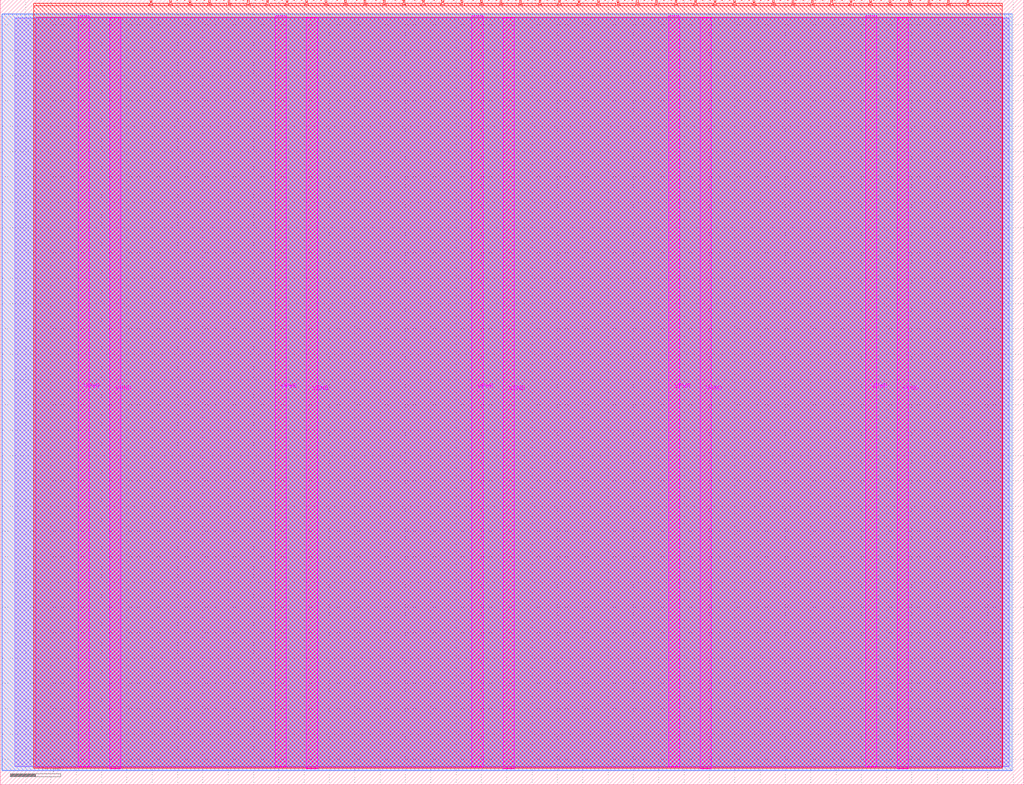
<source format=lef>
VERSION 5.7 ;
  NOWIREEXTENSIONATPIN ON ;
  DIVIDERCHAR "/" ;
  BUSBITCHARS "[]" ;
MACRO tt_um_rebeccargb_intercal_alu
  CLASS BLOCK ;
  FOREIGN tt_um_rebeccargb_intercal_alu ;
  ORIGIN 0.000 0.000 ;
  SIZE 202.080 BY 154.980 ;
  PIN VGND
    DIRECTION INOUT ;
    USE GROUND ;
    PORT
      LAYER TopMetal1 ;
        RECT 21.580 3.150 23.780 151.420 ;
    END
    PORT
      LAYER TopMetal1 ;
        RECT 60.450 3.150 62.650 151.420 ;
    END
    PORT
      LAYER TopMetal1 ;
        RECT 99.320 3.150 101.520 151.420 ;
    END
    PORT
      LAYER TopMetal1 ;
        RECT 138.190 3.150 140.390 151.420 ;
    END
    PORT
      LAYER TopMetal1 ;
        RECT 177.060 3.150 179.260 151.420 ;
    END
  END VGND
  PIN VPWR
    DIRECTION INOUT ;
    USE POWER ;
    PORT
      LAYER TopMetal1 ;
        RECT 15.380 3.560 17.580 151.830 ;
    END
    PORT
      LAYER TopMetal1 ;
        RECT 54.250 3.560 56.450 151.830 ;
    END
    PORT
      LAYER TopMetal1 ;
        RECT 93.120 3.560 95.320 151.830 ;
    END
    PORT
      LAYER TopMetal1 ;
        RECT 131.990 3.560 134.190 151.830 ;
    END
    PORT
      LAYER TopMetal1 ;
        RECT 170.860 3.560 173.060 151.830 ;
    END
  END VPWR
  PIN clk
    DIRECTION INPUT ;
    USE SIGNAL ;
    ANTENNAGATEAREA 0.725400 ;
    PORT
      LAYER Metal4 ;
        RECT 187.050 153.980 187.350 154.980 ;
    END
  END clk
  PIN ena
    DIRECTION INPUT ;
    USE SIGNAL ;
    PORT
      LAYER Metal4 ;
        RECT 190.890 153.980 191.190 154.980 ;
    END
  END ena
  PIN rst_n
    DIRECTION INPUT ;
    USE SIGNAL ;
    PORT
      LAYER Metal4 ;
        RECT 183.210 153.980 183.510 154.980 ;
    END
  END rst_n
  PIN ui_in[0]
    DIRECTION INPUT ;
    USE SIGNAL ;
    ANTENNAGATEAREA 1.664000 ;
    PORT
      LAYER Metal4 ;
        RECT 179.370 153.980 179.670 154.980 ;
    END
  END ui_in[0]
  PIN ui_in[1]
    DIRECTION INPUT ;
    USE SIGNAL ;
    ANTENNAGATEAREA 0.725400 ;
    PORT
      LAYER Metal4 ;
        RECT 175.530 153.980 175.830 154.980 ;
    END
  END ui_in[1]
  PIN ui_in[2]
    DIRECTION INPUT ;
    USE SIGNAL ;
    ANTENNAGATEAREA 0.213200 ;
    PORT
      LAYER Metal4 ;
        RECT 171.690 153.980 171.990 154.980 ;
    END
  END ui_in[2]
  PIN ui_in[3]
    DIRECTION INPUT ;
    USE SIGNAL ;
    ANTENNAGATEAREA 0.725400 ;
    PORT
      LAYER Metal4 ;
        RECT 167.850 153.980 168.150 154.980 ;
    END
  END ui_in[3]
  PIN ui_in[4]
    DIRECTION INPUT ;
    USE SIGNAL ;
    ANTENNAGATEAREA 0.213200 ;
    PORT
      LAYER Metal4 ;
        RECT 164.010 153.980 164.310 154.980 ;
    END
  END ui_in[4]
  PIN ui_in[5]
    DIRECTION INPUT ;
    USE SIGNAL ;
    ANTENNAGATEAREA 0.213200 ;
    PORT
      LAYER Metal4 ;
        RECT 160.170 153.980 160.470 154.980 ;
    END
  END ui_in[5]
  PIN ui_in[6]
    DIRECTION INPUT ;
    USE SIGNAL ;
    ANTENNAGATEAREA 0.180700 ;
    PORT
      LAYER Metal4 ;
        RECT 156.330 153.980 156.630 154.980 ;
    END
  END ui_in[6]
  PIN ui_in[7]
    DIRECTION INPUT ;
    USE SIGNAL ;
    ANTENNAGATEAREA 0.213200 ;
    PORT
      LAYER Metal4 ;
        RECT 152.490 153.980 152.790 154.980 ;
    END
  END ui_in[7]
  PIN uio_in[0]
    DIRECTION INPUT ;
    USE SIGNAL ;
    ANTENNAGATEAREA 0.213200 ;
    PORT
      LAYER Metal4 ;
        RECT 148.650 153.980 148.950 154.980 ;
    END
  END uio_in[0]
  PIN uio_in[1]
    DIRECTION INPUT ;
    USE SIGNAL ;
    ANTENNAGATEAREA 0.213200 ;
    PORT
      LAYER Metal4 ;
        RECT 144.810 153.980 145.110 154.980 ;
    END
  END uio_in[1]
  PIN uio_in[2]
    DIRECTION INPUT ;
    USE SIGNAL ;
    ANTENNAGATEAREA 0.213200 ;
    PORT
      LAYER Metal4 ;
        RECT 140.970 153.980 141.270 154.980 ;
    END
  END uio_in[2]
  PIN uio_in[3]
    DIRECTION INPUT ;
    USE SIGNAL ;
    ANTENNAGATEAREA 0.213200 ;
    PORT
      LAYER Metal4 ;
        RECT 137.130 153.980 137.430 154.980 ;
    END
  END uio_in[3]
  PIN uio_in[4]
    DIRECTION INPUT ;
    USE SIGNAL ;
    ANTENNAGATEAREA 0.213200 ;
    PORT
      LAYER Metal4 ;
        RECT 133.290 153.980 133.590 154.980 ;
    END
  END uio_in[4]
  PIN uio_in[5]
    DIRECTION INPUT ;
    USE SIGNAL ;
    ANTENNAGATEAREA 0.213200 ;
    PORT
      LAYER Metal4 ;
        RECT 129.450 153.980 129.750 154.980 ;
    END
  END uio_in[5]
  PIN uio_in[6]
    DIRECTION INPUT ;
    USE SIGNAL ;
    ANTENNAGATEAREA 0.213200 ;
    PORT
      LAYER Metal4 ;
        RECT 125.610 153.980 125.910 154.980 ;
    END
  END uio_in[6]
  PIN uio_in[7]
    DIRECTION INPUT ;
    USE SIGNAL ;
    ANTENNAGATEAREA 0.213200 ;
    PORT
      LAYER Metal4 ;
        RECT 121.770 153.980 122.070 154.980 ;
    END
  END uio_in[7]
  PIN uio_oe[0]
    DIRECTION OUTPUT ;
    USE SIGNAL ;
    ANTENNADIFFAREA 0.708600 ;
    PORT
      LAYER Metal4 ;
        RECT 56.490 153.980 56.790 154.980 ;
    END
  END uio_oe[0]
  PIN uio_oe[1]
    DIRECTION OUTPUT ;
    USE SIGNAL ;
    ANTENNADIFFAREA 0.708600 ;
    PORT
      LAYER Metal4 ;
        RECT 52.650 153.980 52.950 154.980 ;
    END
  END uio_oe[1]
  PIN uio_oe[2]
    DIRECTION OUTPUT ;
    USE SIGNAL ;
    ANTENNADIFFAREA 0.708600 ;
    PORT
      LAYER Metal4 ;
        RECT 48.810 153.980 49.110 154.980 ;
    END
  END uio_oe[2]
  PIN uio_oe[3]
    DIRECTION OUTPUT ;
    USE SIGNAL ;
    ANTENNADIFFAREA 0.708600 ;
    PORT
      LAYER Metal4 ;
        RECT 44.970 153.980 45.270 154.980 ;
    END
  END uio_oe[3]
  PIN uio_oe[4]
    DIRECTION OUTPUT ;
    USE SIGNAL ;
    ANTENNADIFFAREA 0.708600 ;
    PORT
      LAYER Metal4 ;
        RECT 41.130 153.980 41.430 154.980 ;
    END
  END uio_oe[4]
  PIN uio_oe[5]
    DIRECTION OUTPUT ;
    USE SIGNAL ;
    ANTENNADIFFAREA 0.708600 ;
    PORT
      LAYER Metal4 ;
        RECT 37.290 153.980 37.590 154.980 ;
    END
  END uio_oe[5]
  PIN uio_oe[6]
    DIRECTION OUTPUT ;
    USE SIGNAL ;
    ANTENNADIFFAREA 0.708600 ;
    PORT
      LAYER Metal4 ;
        RECT 33.450 153.980 33.750 154.980 ;
    END
  END uio_oe[6]
  PIN uio_oe[7]
    DIRECTION OUTPUT ;
    USE SIGNAL ;
    ANTENNAGATEAREA 1.264900 ;
    ANTENNADIFFAREA 0.706800 ;
    PORT
      LAYER Metal4 ;
        RECT 29.610 153.980 29.910 154.980 ;
    END
  END uio_oe[7]
  PIN uio_out[0]
    DIRECTION OUTPUT ;
    USE SIGNAL ;
    ANTENNAGATEAREA 0.180700 ;
    ANTENNADIFFAREA 0.677200 ;
    PORT
      LAYER Metal4 ;
        RECT 87.210 153.980 87.510 154.980 ;
    END
  END uio_out[0]
  PIN uio_out[1]
    DIRECTION OUTPUT ;
    USE SIGNAL ;
    ANTENNAGATEAREA 0.180700 ;
    ANTENNADIFFAREA 0.677200 ;
    PORT
      LAYER Metal4 ;
        RECT 83.370 153.980 83.670 154.980 ;
    END
  END uio_out[1]
  PIN uio_out[2]
    DIRECTION OUTPUT ;
    USE SIGNAL ;
    ANTENNAGATEAREA 0.180700 ;
    ANTENNADIFFAREA 0.677200 ;
    PORT
      LAYER Metal4 ;
        RECT 79.530 153.980 79.830 154.980 ;
    END
  END uio_out[2]
  PIN uio_out[3]
    DIRECTION OUTPUT ;
    USE SIGNAL ;
    ANTENNAGATEAREA 0.180700 ;
    ANTENNADIFFAREA 0.677200 ;
    PORT
      LAYER Metal4 ;
        RECT 75.690 153.980 75.990 154.980 ;
    END
  END uio_out[3]
  PIN uio_out[4]
    DIRECTION OUTPUT ;
    USE SIGNAL ;
    ANTENNAGATEAREA 0.180700 ;
    ANTENNADIFFAREA 0.706800 ;
    PORT
      LAYER Metal4 ;
        RECT 71.850 153.980 72.150 154.980 ;
    END
  END uio_out[4]
  PIN uio_out[5]
    DIRECTION OUTPUT ;
    USE SIGNAL ;
    ANTENNAGATEAREA 0.180700 ;
    ANTENNADIFFAREA 0.677200 ;
    PORT
      LAYER Metal4 ;
        RECT 68.010 153.980 68.310 154.980 ;
    END
  END uio_out[5]
  PIN uio_out[6]
    DIRECTION OUTPUT ;
    USE SIGNAL ;
    ANTENNAGATEAREA 0.180700 ;
    ANTENNADIFFAREA 0.677200 ;
    PORT
      LAYER Metal4 ;
        RECT 64.170 153.980 64.470 154.980 ;
    END
  END uio_out[6]
  PIN uio_out[7]
    DIRECTION OUTPUT ;
    USE SIGNAL ;
    ANTENNAGATEAREA 0.180700 ;
    ANTENNADIFFAREA 1.124800 ;
    PORT
      LAYER Metal4 ;
        RECT 60.330 153.980 60.630 154.980 ;
    END
  END uio_out[7]
  PIN uo_out[0]
    DIRECTION OUTPUT ;
    USE SIGNAL ;
    ANTENNADIFFAREA 0.708600 ;
    PORT
      LAYER Metal4 ;
        RECT 117.930 153.980 118.230 154.980 ;
    END
  END uo_out[0]
  PIN uo_out[1]
    DIRECTION OUTPUT ;
    USE SIGNAL ;
    ANTENNADIFFAREA 0.708600 ;
    PORT
      LAYER Metal4 ;
        RECT 114.090 153.980 114.390 154.980 ;
    END
  END uo_out[1]
  PIN uo_out[2]
    DIRECTION OUTPUT ;
    USE SIGNAL ;
    ANTENNADIFFAREA 0.708600 ;
    PORT
      LAYER Metal4 ;
        RECT 110.250 153.980 110.550 154.980 ;
    END
  END uo_out[2]
  PIN uo_out[3]
    DIRECTION OUTPUT ;
    USE SIGNAL ;
    ANTENNADIFFAREA 0.708600 ;
    PORT
      LAYER Metal4 ;
        RECT 106.410 153.980 106.710 154.980 ;
    END
  END uo_out[3]
  PIN uo_out[4]
    DIRECTION OUTPUT ;
    USE SIGNAL ;
    ANTENNADIFFAREA 0.708600 ;
    PORT
      LAYER Metal4 ;
        RECT 102.570 153.980 102.870 154.980 ;
    END
  END uo_out[4]
  PIN uo_out[5]
    DIRECTION OUTPUT ;
    USE SIGNAL ;
    ANTENNADIFFAREA 0.708600 ;
    PORT
      LAYER Metal4 ;
        RECT 98.730 153.980 99.030 154.980 ;
    END
  END uo_out[5]
  PIN uo_out[6]
    DIRECTION OUTPUT ;
    USE SIGNAL ;
    ANTENNADIFFAREA 0.708600 ;
    PORT
      LAYER Metal4 ;
        RECT 94.890 153.980 95.190 154.980 ;
    END
  END uo_out[6]
  PIN uo_out[7]
    DIRECTION OUTPUT ;
    USE SIGNAL ;
    ANTENNADIFFAREA 0.708600 ;
    PORT
      LAYER Metal4 ;
        RECT 91.050 153.980 91.350 154.980 ;
    END
  END uo_out[7]
  OBS
      LAYER GatPoly ;
        RECT 2.880 3.630 199.200 151.350 ;
      LAYER Metal1 ;
        RECT 2.880 3.560 199.200 151.420 ;
      LAYER Metal2 ;
        RECT 0.375 2.795 199.785 152.185 ;
      LAYER Metal3 ;
        RECT 0.335 2.840 199.825 152.145 ;
      LAYER Metal4 ;
        RECT 6.620 153.770 29.400 154.240 ;
        RECT 30.120 153.770 33.240 154.240 ;
        RECT 33.960 153.770 37.080 154.240 ;
        RECT 37.800 153.770 40.920 154.240 ;
        RECT 41.640 153.770 44.760 154.240 ;
        RECT 45.480 153.770 48.600 154.240 ;
        RECT 49.320 153.770 52.440 154.240 ;
        RECT 53.160 153.770 56.280 154.240 ;
        RECT 57.000 153.770 60.120 154.240 ;
        RECT 60.840 153.770 63.960 154.240 ;
        RECT 64.680 153.770 67.800 154.240 ;
        RECT 68.520 153.770 71.640 154.240 ;
        RECT 72.360 153.770 75.480 154.240 ;
        RECT 76.200 153.770 79.320 154.240 ;
        RECT 80.040 153.770 83.160 154.240 ;
        RECT 83.880 153.770 87.000 154.240 ;
        RECT 87.720 153.770 90.840 154.240 ;
        RECT 91.560 153.770 94.680 154.240 ;
        RECT 95.400 153.770 98.520 154.240 ;
        RECT 99.240 153.770 102.360 154.240 ;
        RECT 103.080 153.770 106.200 154.240 ;
        RECT 106.920 153.770 110.040 154.240 ;
        RECT 110.760 153.770 113.880 154.240 ;
        RECT 114.600 153.770 117.720 154.240 ;
        RECT 118.440 153.770 121.560 154.240 ;
        RECT 122.280 153.770 125.400 154.240 ;
        RECT 126.120 153.770 129.240 154.240 ;
        RECT 129.960 153.770 133.080 154.240 ;
        RECT 133.800 153.770 136.920 154.240 ;
        RECT 137.640 153.770 140.760 154.240 ;
        RECT 141.480 153.770 144.600 154.240 ;
        RECT 145.320 153.770 148.440 154.240 ;
        RECT 149.160 153.770 152.280 154.240 ;
        RECT 153.000 153.770 156.120 154.240 ;
        RECT 156.840 153.770 159.960 154.240 ;
        RECT 160.680 153.770 163.800 154.240 ;
        RECT 164.520 153.770 167.640 154.240 ;
        RECT 168.360 153.770 171.480 154.240 ;
        RECT 172.200 153.770 175.320 154.240 ;
        RECT 176.040 153.770 179.160 154.240 ;
        RECT 179.880 153.770 183.000 154.240 ;
        RECT 183.720 153.770 186.840 154.240 ;
        RECT 187.560 153.770 190.680 154.240 ;
        RECT 191.400 153.770 197.865 154.240 ;
        RECT 6.620 3.215 197.865 153.770 ;
      LAYER Metal5 ;
        RECT 7.055 3.470 197.905 151.510 ;
  END
END tt_um_rebeccargb_intercal_alu
END LIBRARY


</source>
